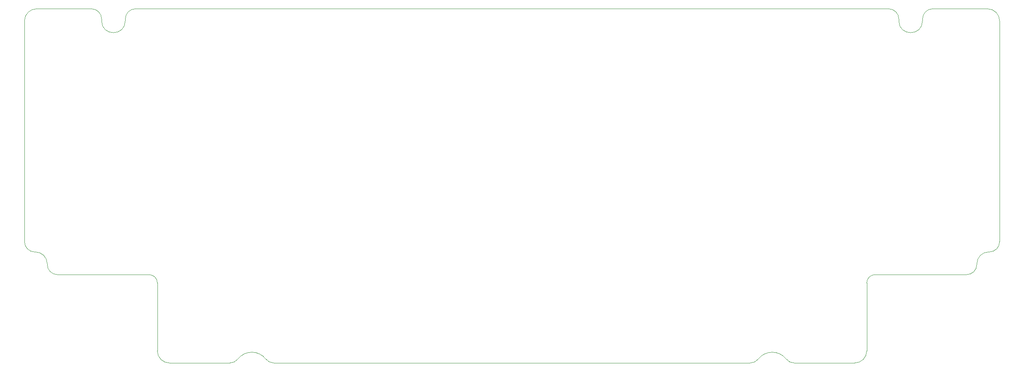
<source format=gm1>
%TF.GenerationSoftware,KiCad,Pcbnew,(7.0.0)*%
%TF.CreationDate,2023-12-11T21:31:51+01:00*%
%TF.ProjectId,universal vault,756e6976-6572-4736-916c-207661756c74,rev?*%
%TF.SameCoordinates,Original*%
%TF.FileFunction,Profile,NP*%
%FSLAX46Y46*%
G04 Gerber Fmt 4.6, Leading zero omitted, Abs format (unit mm)*
G04 Created by KiCad (PCBNEW (7.0.0)) date 2023-12-11 21:31:51*
%MOMM*%
%LPD*%
G01*
G04 APERTURE LIST*
%TA.AperFunction,Profile*%
%ADD10C,0.050000*%
%TD*%
G04 APERTURE END LIST*
D10*
X80891375Y-115213518D02*
X80891375Y-129863517D01*
X52316375Y-58713518D02*
X52316375Y-106322518D01*
X96457000Y-132463511D02*
G75*
G03*
X98198667Y-131607615I0J2200011D01*
G01*
X54916375Y-56113475D02*
G75*
G03*
X52316375Y-58713518I25J-2600025D01*
G01*
X262016375Y-106322518D02*
X262016375Y-58713518D01*
X76191374Y-56113475D02*
G75*
G03*
X73991375Y-58313518I26J-2200025D01*
G01*
X259675750Y-108522518D02*
X259816375Y-108522518D01*
X254925750Y-113413449D02*
G75*
G03*
X257125749Y-111213517I50J2199949D01*
G01*
X216134083Y-131607615D02*
G75*
G03*
X210117416Y-131607615I-3008333J-2321622D01*
G01*
X57207375Y-111072517D02*
X57207375Y-111213518D01*
X259675750Y-108522549D02*
G75*
G03*
X257125749Y-111072517I-50J-2549951D01*
G01*
X54516375Y-108522518D02*
X54657375Y-108522518D01*
X105957000Y-132463518D02*
X208375750Y-132463518D01*
X80891383Y-115213518D02*
G75*
G03*
X79091376Y-113413517I-1799983J18D01*
G01*
X104215333Y-131607615D02*
G75*
G03*
X98198667Y-131607615I-3008333J-2321623D01*
G01*
X104215328Y-131607619D02*
G75*
G03*
X105957000Y-132463518I1741672J1344119D01*
G01*
X57207382Y-111072517D02*
G75*
G03*
X54657375Y-108522518I-2549982J17D01*
G01*
X59407375Y-113413517D02*
X79091376Y-113413517D01*
X238141376Y-56113517D02*
X93411943Y-56113517D01*
X87581943Y-56113517D02*
X76191374Y-56113517D01*
X233441375Y-129863517D02*
X233441375Y-115213518D01*
X257125749Y-111213517D02*
X257125749Y-111072517D01*
X259816375Y-108522475D02*
G75*
G03*
X262016375Y-106322518I25J2199975D01*
G01*
X80891382Y-129863517D02*
G75*
G03*
X83491375Y-132463518I2600018J17D01*
G01*
X259416374Y-56113517D02*
X247641375Y-56113519D01*
X68891381Y-58313518D02*
G75*
G03*
X66691375Y-56113519I-2199981J18D01*
G01*
X240341424Y-58713518D02*
G75*
G03*
X245441376Y-58713517I2549976J18D01*
G01*
X93411943Y-56113517D02*
X87581943Y-56113517D01*
X208375750Y-132463549D02*
G75*
G03*
X210117415Y-131607614I-50J2200049D01*
G01*
X235241374Y-113413517D02*
X254925750Y-113413516D01*
X235241374Y-113413475D02*
G75*
G03*
X233441375Y-115213518I26J-1800025D01*
G01*
X217875750Y-132463518D02*
X230841375Y-132463518D01*
X66691375Y-56113519D02*
X54916375Y-56113517D01*
X68891374Y-58713517D02*
X68891374Y-58313518D01*
X247641375Y-56113476D02*
G75*
G03*
X245441376Y-58313518I25J-2200024D01*
G01*
X57207383Y-111213518D02*
G75*
G03*
X59407375Y-113413517I2200017J18D01*
G01*
X73991375Y-58313518D02*
X73991375Y-58713518D01*
X240341375Y-58713518D02*
X240341375Y-58313518D01*
X68891365Y-58713517D02*
G75*
G03*
X73991375Y-58713518I2550005J27D01*
G01*
X230841375Y-132463475D02*
G75*
G03*
X233441375Y-129863517I25J2599975D01*
G01*
X240341383Y-58313518D02*
G75*
G03*
X238141376Y-56113517I-2199983J18D01*
G01*
X262016383Y-58713518D02*
G75*
G03*
X259416374Y-56113517I-2599983J18D01*
G01*
X83491375Y-132463518D02*
X96457000Y-132463518D01*
X216134046Y-131607643D02*
G75*
G03*
X217875750Y-132463518I1741654J1344143D01*
G01*
X245441376Y-58313518D02*
X245441376Y-58713517D01*
X52316382Y-106322518D02*
G75*
G03*
X54516375Y-108522518I2200018J18D01*
G01*
M02*

</source>
